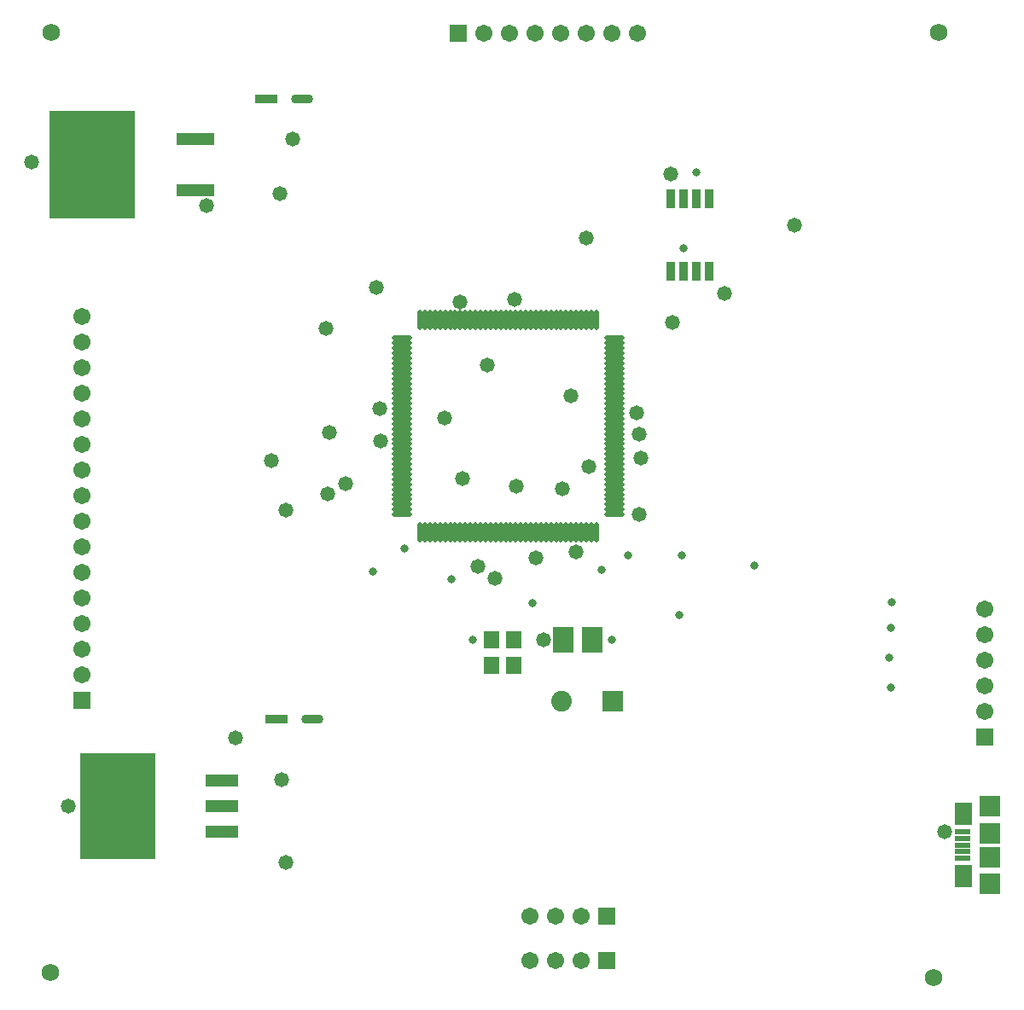
<source format=gts>
G04*
G04 #@! TF.GenerationSoftware,Altium Limited,Altium Designer,18.0.7 (293)*
G04*
G04 Layer_Color=8388736*
%FSLAX25Y25*%
%MOIN*%
G70*
G01*
G75*
%ADD32O,0.01981X0.07887*%
%ADD33O,0.07887X0.01981*%
%ADD34O,0.08674X0.03556*%
%ADD35R,0.08674X0.03556*%
%ADD36R,0.14595X0.04800*%
%ADD37R,0.33792X0.42099*%
%ADD38R,0.29343X0.41351*%
%ADD39R,0.12611X0.04737*%
%ADD40R,0.06115X0.02375*%
%ADD41R,0.08280X0.08280*%
%ADD42R,0.07099X0.09068*%
%ADD43R,0.03359X0.07296*%
%ADD44R,0.07887X0.09855*%
%ADD45R,0.06312X0.07099*%
%ADD46C,0.06800*%
%ADD47C,0.06706*%
%ADD48R,0.06706X0.06706*%
%ADD49R,0.06706X0.06706*%
%ADD50R,0.08083X0.08083*%
%ADD51C,0.08083*%
%ADD52C,0.05800*%
%ADD53C,0.03202*%
D32*
X159616Y271498D02*
D03*
X161584D02*
D03*
X163553D02*
D03*
X165521D02*
D03*
X167490D02*
D03*
X169458D02*
D03*
X171427D02*
D03*
X173395D02*
D03*
X175364D02*
D03*
X177332D02*
D03*
X179301D02*
D03*
X181269D02*
D03*
X183238D02*
D03*
X185206D02*
D03*
X187175D02*
D03*
X189143D02*
D03*
X191112D02*
D03*
X193080D02*
D03*
X195049D02*
D03*
X197017D02*
D03*
X198986D02*
D03*
X200954D02*
D03*
X202923D02*
D03*
X204891D02*
D03*
X206860D02*
D03*
X208828D02*
D03*
X210797D02*
D03*
X212765D02*
D03*
X214734D02*
D03*
X216702D02*
D03*
X218671D02*
D03*
X220639D02*
D03*
X222608D02*
D03*
X224576D02*
D03*
X226545D02*
D03*
X228513D02*
D03*
Y188427D02*
D03*
X226545D02*
D03*
X224576D02*
D03*
X222608D02*
D03*
X220639D02*
D03*
X218671D02*
D03*
X216702D02*
D03*
X214734D02*
D03*
X212765D02*
D03*
X210797D02*
D03*
X208828D02*
D03*
X206860D02*
D03*
X204891D02*
D03*
X202923D02*
D03*
X200954D02*
D03*
X198986D02*
D03*
X197017D02*
D03*
X195049D02*
D03*
X193080D02*
D03*
X191112D02*
D03*
X189143D02*
D03*
X187175D02*
D03*
X185206D02*
D03*
X183238D02*
D03*
X181269D02*
D03*
X179301D02*
D03*
X177332D02*
D03*
X175364D02*
D03*
X173395D02*
D03*
X171427D02*
D03*
X169458D02*
D03*
X167490D02*
D03*
X165521D02*
D03*
X163553D02*
D03*
X161584D02*
D03*
X159616D02*
D03*
D33*
X235600Y264411D02*
D03*
Y262442D02*
D03*
Y260474D02*
D03*
Y258506D02*
D03*
Y256537D02*
D03*
Y254569D02*
D03*
Y252600D02*
D03*
Y250631D02*
D03*
Y248663D02*
D03*
Y246694D02*
D03*
Y244726D02*
D03*
Y242758D02*
D03*
Y240789D02*
D03*
Y238821D02*
D03*
Y236852D02*
D03*
Y234883D02*
D03*
Y232915D02*
D03*
Y230946D02*
D03*
Y228978D02*
D03*
Y227010D02*
D03*
Y225041D02*
D03*
Y223072D02*
D03*
Y221104D02*
D03*
Y219135D02*
D03*
Y217167D02*
D03*
Y215198D02*
D03*
Y213230D02*
D03*
Y211261D02*
D03*
Y209293D02*
D03*
Y207324D02*
D03*
Y205356D02*
D03*
Y203387D02*
D03*
Y201419D02*
D03*
Y199450D02*
D03*
Y197482D02*
D03*
Y195513D02*
D03*
X152529D02*
D03*
Y197482D02*
D03*
Y199450D02*
D03*
Y201419D02*
D03*
Y203387D02*
D03*
Y205356D02*
D03*
Y207324D02*
D03*
Y209293D02*
D03*
Y211261D02*
D03*
Y213230D02*
D03*
Y215198D02*
D03*
Y217167D02*
D03*
Y219135D02*
D03*
Y221104D02*
D03*
Y223072D02*
D03*
Y225041D02*
D03*
Y227010D02*
D03*
Y228978D02*
D03*
Y230946D02*
D03*
Y232915D02*
D03*
Y234883D02*
D03*
Y236852D02*
D03*
Y238821D02*
D03*
Y240789D02*
D03*
Y242758D02*
D03*
Y244726D02*
D03*
Y246694D02*
D03*
Y248663D02*
D03*
Y250631D02*
D03*
Y252600D02*
D03*
Y254569D02*
D03*
Y256537D02*
D03*
Y258506D02*
D03*
Y260474D02*
D03*
Y262442D02*
D03*
Y264411D02*
D03*
D34*
X117600Y115700D02*
D03*
X113500Y357800D02*
D03*
D35*
X103600Y115700D02*
D03*
X99500Y357800D02*
D03*
D36*
X71909Y322300D02*
D03*
Y342300D02*
D03*
D37*
X31700Y332300D02*
D03*
D38*
X41558Y81600D02*
D03*
D39*
X82109Y91600D02*
D03*
Y81600D02*
D03*
Y71600D02*
D03*
D40*
X371667Y61206D02*
D03*
Y63765D02*
D03*
Y66324D02*
D03*
Y68884D02*
D03*
Y71443D02*
D03*
D41*
X382100Y61600D02*
D03*
Y71049D02*
D03*
Y51167D02*
D03*
Y81482D02*
D03*
D42*
X372061Y54120D02*
D03*
Y78529D02*
D03*
D43*
X272500Y318873D02*
D03*
X267500D02*
D03*
X262500D02*
D03*
X257500D02*
D03*
Y290527D02*
D03*
X262500D02*
D03*
X267500D02*
D03*
X272500D02*
D03*
D44*
X226900Y146400D02*
D03*
X215483D02*
D03*
D45*
X196300Y136658D02*
D03*
Y146500D02*
D03*
X187639D02*
D03*
Y136658D02*
D03*
D46*
X362200Y383900D02*
D03*
X15500D02*
D03*
X15300Y16700D02*
D03*
X360100Y14700D02*
D03*
D47*
X202600Y38600D02*
D03*
X212600D02*
D03*
X222600D02*
D03*
X202500Y21200D02*
D03*
X212500D02*
D03*
X222500D02*
D03*
X27700Y273000D02*
D03*
Y263000D02*
D03*
Y253000D02*
D03*
Y243000D02*
D03*
Y233000D02*
D03*
Y223000D02*
D03*
Y213000D02*
D03*
Y203000D02*
D03*
Y193000D02*
D03*
Y183000D02*
D03*
Y173000D02*
D03*
Y163000D02*
D03*
Y153000D02*
D03*
Y143000D02*
D03*
Y133000D02*
D03*
X380300Y118700D02*
D03*
Y128700D02*
D03*
Y138700D02*
D03*
Y148700D02*
D03*
Y158700D02*
D03*
X244600Y383600D02*
D03*
X234600D02*
D03*
X224600D02*
D03*
X214600D02*
D03*
X204600D02*
D03*
X194600D02*
D03*
X184600D02*
D03*
D48*
X232600Y38600D02*
D03*
X232500Y21200D02*
D03*
X174600Y383600D02*
D03*
D49*
X27700Y123000D02*
D03*
X380300Y108700D02*
D03*
D50*
X234800Y122400D02*
D03*
D51*
X214800D02*
D03*
D52*
X142600Y284300D02*
D03*
X107300Y197100D02*
D03*
X101600Y216700D02*
D03*
X109800Y342200D02*
D03*
X130700Y207700D02*
D03*
X245213Y195513D02*
D03*
X224578Y303700D02*
D03*
X364442Y71443D02*
D03*
X104900Y321000D02*
D03*
X76100Y316100D02*
D03*
X208000Y146500D02*
D03*
X107400Y59700D02*
D03*
X22400Y81600D02*
D03*
X105600Y92000D02*
D03*
X87700Y108200D02*
D03*
X123000Y268100D02*
D03*
X257500Y328500D02*
D03*
X306000Y308700D02*
D03*
X278600Y282000D02*
D03*
X258300Y270500D02*
D03*
X175276Y278682D02*
D03*
X196500Y279500D02*
D03*
X246000Y217400D02*
D03*
X245091Y227010D02*
D03*
X244305Y235200D02*
D03*
X220461Y181039D02*
D03*
X204900Y178500D02*
D03*
X188900Y170700D02*
D03*
X182400Y175200D02*
D03*
X176178Y209722D02*
D03*
X197389Y206511D02*
D03*
X215300Y205500D02*
D03*
X225600Y214300D02*
D03*
X218600Y241800D02*
D03*
X186000Y253900D02*
D03*
X169178Y233278D02*
D03*
X123700Y203700D02*
D03*
X124337Y227663D02*
D03*
X144200Y224200D02*
D03*
X143900Y236900D02*
D03*
X8000Y333300D02*
D03*
D53*
X344000Y161100D02*
D03*
X343500Y151100D02*
D03*
X343000Y139500D02*
D03*
X343500Y127800D02*
D03*
X290100Y175600D02*
D03*
X261000Y156300D02*
D03*
X262000Y179400D02*
D03*
X180300Y146500D02*
D03*
X234700Y146400D02*
D03*
X171740Y170200D02*
D03*
X141200Y173300D02*
D03*
X267700Y329100D02*
D03*
X262600Y299400D02*
D03*
X203600Y161000D02*
D03*
X240966Y179700D02*
D03*
X230654Y174000D02*
D03*
X153700Y182200D02*
D03*
M02*

</source>
